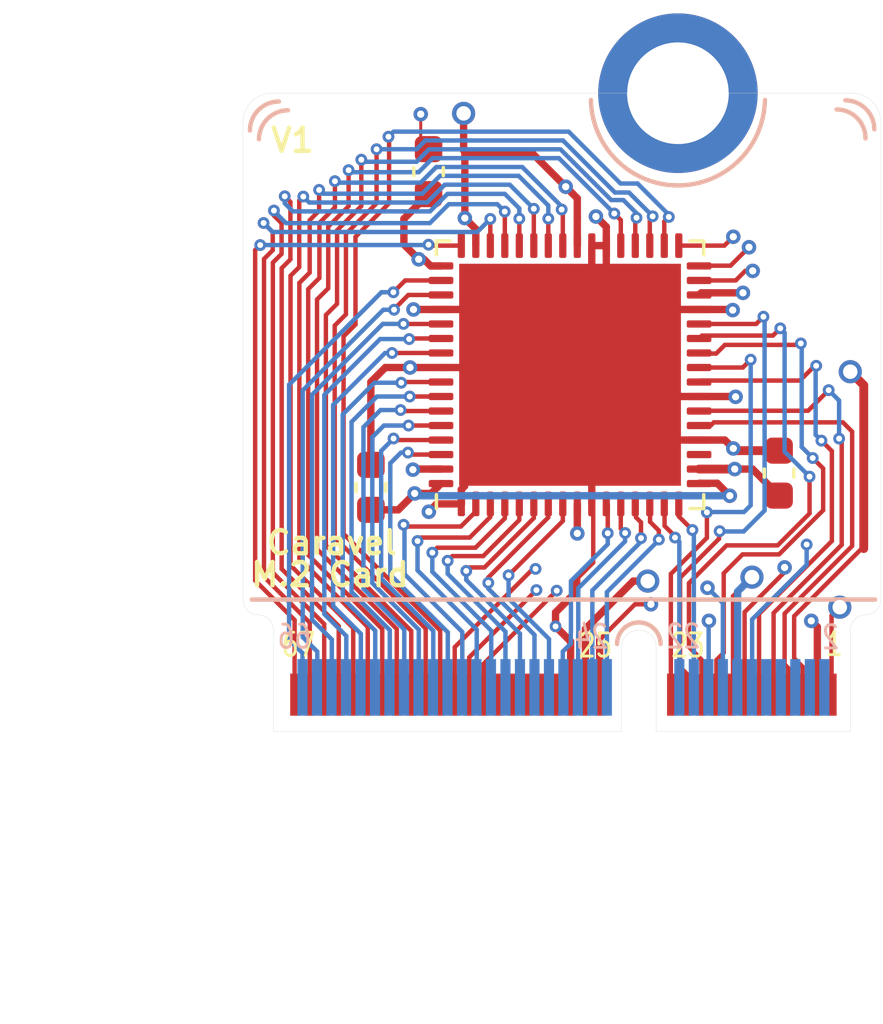
<source format=kicad_pcb>
(kicad_pcb (version 20221018) (generator pcbnew)
  (title_block (title "Carvel Breakout board as M.2 Card ") (rev "1") (company "Efabless") (comment 1 "4-layer Design") (comment 2 "0.8mm PCB") (comment 3 "45 degree chamfered edge"))
  (layers (0 "F.Cu" signal) (1 "In1.Cu" signal "GND") (2 "In2.Cu" signal "PWR") (31 "B.Cu" signal) (34 "B.Paste" user) (35 "F.Paste" user) (36 "B.SilkS" user "B.Silkscreen") (37 "F.SilkS" user "F.Silkscreen") (38 "B.Mask" user) (39 "F.Mask" user) (44 "Edge.Cuts" user))
  (net 0 "")
  (net 1 "GND")
  (net 2 "vccd2")
  (net 3 "vccd1")
  (net 4 "vdda2")
  (net 5 "vdda1")
  (net 6 "vddio")
  (net 7 "vdda")
  (net 8 "vccd")
  (net 14 "~{RST}")
  (net 15 "mprj_io[37]")
  (net 16 "xclk")
  (net 17 "mprj_io[36]")
  (net 18 "Caravel_CSB")
  (net 19 "mprj_io[35]")
  (net 20 "Caravel_D0")
  (net 21 "mprj_io[34]")
  (net 22 "Caravel_D1")
  (net 23 "gpio")
  (net 24 "Caravel_SCK")
  (net 25 "mprj_io[33]")
  (net 26 "mprj_io[32]")
  (net 28 "mprj_io[31]")
  (net 30 "mprj_io[30]")
  (net 32 "mprj_io[29]")
  (net 34 "mprj_io[28]")
  (net 36 "mprj_io[27]")
  (net 37 "mprj_io[0]")
  (net 38 "mprj_io[26]")
  (net 39 "mprj_io[1]_SDO")
  (net 40 "mprj_io[25]")
  (net 41 "mprj_io[2]_SDI")
  (net 42 "mprj_io[24]")
  (net 43 "mprj_io[3]_CSB")
  (net 44 "mprj_io[23]")
  (net 45 "mprj_io[4]_SCK")
  (net 46 "mprj_io[22]")
  (net 47 "mprj_io[5]_ser_rx")
  (net 48 "mprj_io[21]")
  (net 49 "mprj_io[6]_ser_tx")
  (net 50 "mprj_io[20]")
  (net 51 "mprj_io[7]")
  (net 52 "mprj_io[19]")
  (net 53 "mprj_io[8]")
  (net 54 "mprj_io[18]")
  (net 55 "mprj_io[9]")
  (net 56 "mprj_io[17]")
  (net 57 "mprj_io[10]")
  (net 58 "mprj_io[16]")
  (net 59 "mprj_io[11]")
  (net 60 "mprj_io[15]")
  (net 61 "mprj_io[12]")
  (net 62 "mprj_io[14]")
  (net 63 "mprj_io[13]")
  (footprint "Capacitor_SMD:C_0603_1608Metric" (layer "F.Cu") (at 157.12 177.43 -90)
    (fp_text reference "C6" hide)
    (fp_text value "0.1uf")
  )
  (footprint "Capacitor_SMD:C_0603_1608Metric" (layer "F.Cu") (at 159.11 166.55 -90)
    (fp_text reference "C1" hide)
    (fp_text value "0.1uf")
  )
  (footprint "Package_DFN_QFN:QFN-64-1EP_9x9mm_P0.5mm_EP7.65x7.65mm" (layer "F.Cu") (at 163.99 173.55 90)
    (fp_text reference "U1" hide)
    (fp_text value "Caravel")
  )
  (footprint "MicroMod-Sparkfun:MicroMod-M.2-CARD-E-22" (layer "F.Cu") (at 163.761271 185.846951)
    (fp_text reference "J1" hide)
    (fp_text value "MICROMOD-2222-Generic")
    (fp_line (start -11.05 -21) (end -11.05 -4.55) (stroke (width 0.01)) (layer "Edge.Cuts"))
    (fp_line (start -10 0) (end -10 -3.5) (stroke (width 0.01)) (layer "Edge.Cuts"))
    (fp_line (start 2 -2.9) (end 2 0) (stroke (width 0.01)) (layer "Edge.Cuts"))
    (fp_line (start 2 0) (end -10 0) (stroke (width 0.01)) (layer "Edge.Cuts"))
    (fp_line (start 2.2 -22) (end -10.05 -22) (stroke (width 0.01)) (layer "Edge.Cuts"))
    (fp_line (start 3.2 -2.9) (end 3.2 0) (stroke (width 0.01)) (layer "Edge.Cuts"))
    (fp_line (start 9.9 -3.5) (end 9.9 0) (stroke (width 0.01)) (layer "Edge.Cuts"))
    (fp_line (start 9.9 0) (end 3.2 0) (stroke (width 0.01)) (layer "Edge.Cuts"))
    (fp_line (start 9.95 -22) (end 5.7 -22) (stroke (width 0.01)) (layer "Edge.Cuts"))
    (fp_line (start 10.95 -21) (end 10.95 -4.55) (stroke (width 0.01)) (layer "Edge.Cuts"))
    (fp_arc (start -11.05 -21) (mid -10.757106 -21.707106) (end -10.05 -22) (stroke (width 0.01)) (layer "Edge.Cuts"))
    (fp_arc (start -10.525 -4.025) (mid -10.896231 -4.178769) (end -11.05 -4.55) (stroke (width 0.01)) (layer "Edge.Cuts"))
    (fp_arc (start -10.525 -4.025) (mid -10.153769 -3.871231) (end -10 -3.5) (stroke (width 0.01)) (layer "Edge.Cuts"))
    (fp_arc (start 2 -2.9) (mid 2.6 -3.5) (end 3.2 -2.9) (stroke (width 0.01)) (layer "Edge.Cuts"))
    (fp_arc (start 5.7 -22) (mid 3.95 -20.25) (end 2.2 -22) (stroke (width 0.01)) (layer "Edge.Cuts"))
    (fp_arc (start 9.9 -3.5) (mid 10.053769 -3.871231) (end 10.425 -4.025) (stroke (width 0.01)) (layer "Edge.Cuts"))
    (fp_arc (start 9.95 -22) (mid 10.657107 -21.707107) (end 10.95 -21) (stroke (width 0.01)) (layer "Edge.Cuts"))
    (fp_arc (start 10.95 -4.55) (mid 10.796231 -4.178769) (end 10.425 -4.025) (stroke (width 0.01)) (layer "Edge.Cuts"))
  )
  (footprint "Capacitor_SMD:C_0603_1608Metric" (layer "F.Cu") (at 171.2 176.94 -90)
    (fp_text reference "C4" hide)
    (fp_text value "0.1uf")
  )
  (gr_text "V1" (at 154.42 165.47) (layer "F.SilkS") (effects (font (size 0.8 0.8) (thickness 0.15) bold)))
  (gr_text "M.2 Card" (at 155.71 180.44) (layer "F.SilkS") (effects (font (size 0.8 0.8) (thickness 0.15) bold)))
  (gr_text "Caravel" (at 155.77 179.34) (layer "F.SilkS") (effects (font (size 0.8 0.8) (thickness 0.15) bold)))
  (segment (start 157.375 173.545) (end 157.62 173.3) (width 0.254) (layer "F.Cu") (net 1))
  (segment (start 168.44 171.3) (end 166.24 171.3) (width 0.254) (layer "F.Cu") (net 1))
  (segment (start 164.74 178) (end 164.74 174.3) (width 0.254) (layer "F.Cu") (net 1))
  (segment (start 163.49 182.2213) (end 164.010191 182.741491) (width 0.254) (layer "F.Cu") (net 1))
  (segment (start 159.39 178) (end 159.12 178.27) (width 0.254) (layer "F.Cu") (net 1))
  (segment (start 164.22 181.01) (end 164.22 180.59) (width 0.254) (layer "F.Cu") (net 1))
  (segment (start 158.84 165.505) (end 158.84 164.57) (width 0.1016) (layer "F.Cu") (net 1))
  (segment (start 165.24 168.453158) (end 165.24 169.1) (width 0.254) (layer "F.Cu") (net 1))
  (segment (start 168.44 175.8) (end 166.24 175.8) (width 0.254) (layer "F.Cu") (net 1))
  (segment (start 157.62 173.3) (end 158.47 173.3) (width 0.254) (layer "F.Cu") (net 1))
  (segment (start 165.24 169.1) (end 165.24 172.3) (width 0.254) (layer "F.Cu") (net 1))
  (segment (start 164.79 180.02) (end 164.22 180.59) (width 0.1524) (layer "F.Cu") (net 1))
  (segment (start 164.74 172.8) (end 163.99 173.55) (width 0.254) (layer "F.Cu") (net 1))
  (segment (start 164.74 174.3) (end 163.99 173.55) (width 0.254) (layer "F.Cu") (net 1))
  (segment (start 164.74 178) (end 164.79 178.05) (width 0.1524) (layer "F.Cu") (net 1))
  (segment (start 169.33 175.8) (end 168.44 175.8) (width 0.254) (layer "F.Cu") (net 1))
  (segment (start 165.24 172.3) (end 163.99 173.55) (width 0.254) (layer "F.Cu") (net 1))
  (segment (start 168.44 174.3) (end 164.74 174.3) (width 0.254) (layer "F.Cu") (net 1))
  (segment (start 169.7 174.31) (end 169.69 174.3) (width 0.254) (layer "F.Cu") (net 1))
  (segment (start 159.54 171.3) (end 158.59 171.3) (width 0.254) (layer "F.Cu") (net 1))
  (segment (start 157.375 173.545) (end 157.12 173.8) (width 0.254) (layer "F.Cu") (net 1))
  (segment (start 159.54 173.3) (end 158.47 173.3) (width 0.254) (layer "F.Cu") (net 1))
  (segment (start 160.24 178) (end 160.24 177.5032) (width 0.254) (layer "F.Cu") (net 1))
  (segment (start 169.5781 171.3) (end 169.6 171.3219) (width 0.254) (layer "F.Cu") (net 1))
  (segment (start 161.74 171.3) (end 163.99 173.55) (width 0.254) (layer "F.Cu") (net 1))
  (segment (start 164.883421 168.096579) (end 165.24 168.453158) (width 0.254) (layer "F.Cu") (net 1))
  (segment (start 164.010191 182.741491) (end 164.010191 184.574411) (width 0.254) (layer "F.Cu") (net 1))
  (segment (start 169.62 176.09) (end 169.33 175.8) (width 0.254) (layer "F.Cu") (net 1))
  (segment (start 163.49 182.2213) (end 163.49 181.74) (width 0.254) (layer "F.Cu") (net 1))
  (segment (start 159.54 171.3) (end 161.74 171.3) (width 0.254) (layer "F.Cu") (net 1))
  (segment (start 171.2 176.165) (end 169.695 176.165) (width 0.3048) (layer "F.Cu") (net 1))
  (segment (start 166.24 175.8) (end 163.99 173.55) (width 0.254) (layer "F.Cu") (net 1))
  (segment (start 159.54 173.3) (end 163.74 173.3) (width 0.254) (layer "F.Cu") (net 1))
  (segment (start 160.24 177.5032) (end 160.3578 177.3854) (width 0.254) (layer "F.Cu") (net 1))
  (segment (start 163.74 173.3) (end 163.99 173.55) (width 0.254) (layer "F.Cu") (net 1))
  (segment (start 168.44 171.3) (end 169.5781 171.3) (width 0.254) (layer "F.Cu") (net 1))
  (segment (start 157.12 173.8) (end 157.12 176.655) (width 0.254) (layer "F.Cu") (net 1))
  (segment (start 164.79 178.05) (end 164.79 180.02) (width 0.1524) (layer "F.Cu") (net 1))
  (segment (start 166.24 171.3) (end 163.99 173.55) (width 0.254) (layer "F.Cu") (net 1))
  (segment (start 163.49 181.74) (end 164.22 181.01) (width 0.254) (layer "F.Cu") (net 1))
  (segment (start 169.695 176.165) (end 169.62 176.09) (width 0.3048) (layer "F.Cu") (net 1))
  (segment (start 164.74 169.1) (end 165.24 169.1) (width 0.254) (layer "F.Cu") (net 1))
  (segment (start 160.24 178) (end 159.39 178) (width 0.254) (layer "F.Cu") (net 1))
  (segment (start 164.74 169.1) (end 164.74 172.8) (width 0.254) (layer "F.Cu") (net 1))
  (segment (start 159.11 165.775) (end 158.84 165.505) (width 0.1016) (layer "F.Cu") (net 1))
  (segment (start 169.69 174.3) (end 168.44 174.3) (width 0.254) (layer "F.Cu") (net 1))
  (via (at 163.49 182.2213) (size 0.4064) (drill 0.2032) (layers "F.Cu" "B.Cu") (net 1))
  (via (at 168.78 182.03) (size 0.5) (drill 0.25) (layers "F.Cu" "B.Cu") (net 1))
  (via (at 164.883421 168.096579) (size 0.5) (drill 0.25) (layers "F.Cu" "B.Cu") (net 1))
  (via (at 169.6 171.3219) (size 0.5) (drill 0.25) (layers "F.Cu" "B.Cu") (net 1))
  (via (at 169.62 176.09) (size 0.5) (drill 0.25) (layers "F.Cu" "B.Cu") (net 1))
  (via (at 172.15 179.4) (size 0.4064) (drill 0.2032) (layers "F.Cu" "B.Cu") (net 1))
  (via (at 158.59 171.3) (size 0.5) (drill 0.25) (layers "F.Cu" "B.Cu") (net 1))
  (via (at 158.47 173.3) (size 0.5) (drill 0.25) (layers "F.Cu" "B.Cu") (net 1))
  (via (at 169.7 174.31) (size 0.5) (drill 0.25) (layers "F.Cu" "B.Cu") (net 1))
  (via (at 158.84 164.57) (size 0.5) (drill 0.25) (layers "F.Cu" "B.Cu") (net 1))
  (via (at 159.12 178.27) (size 0.5) (drill 0.25) (layers "F.Cu" "B.Cu") (net 1))
  (segment (start 168.769991 182.040009) (end 168.769991 183.552951) (width 0.1524) (layer "B.Cu") (net 1))
  (segment (start 172.15 179.4) (end 172.15 180.1) (width 0.1524) (layer "B.Cu") (net 1))
  (segment (start 172.15 180.1) (end 170.271131 181.978869) (width 0.1524) (layer "B.Cu") (net 1))
  (segment (start 170.271131 181.978869) (end 170.271131 183.552951) (width 0.1524) (layer "B.Cu") (net 1))
  (segment (start 168.78 182.03) (end 168.769991 182.040009) (width 0.1524) (layer "B.Cu") (net 1))
  (segment (start 159.54 176.8) (end 158.59 176.8) (width 0.254) (layer "F.Cu") (net 2))
  (segment (start 173.009411 184.574411) (end 173.009411 181.843848) (width 0.1524) (layer "F.Cu") (net 2))
  (segment (start 173.009411 181.843848) (end 173.293259 181.56) (width 0.1524) (layer "F.Cu") (net 2))
  (segment (start 158.59 176.8) (end 158.57 176.82) (width 0.254) (layer "F.Cu") (net 2))
  (via (at 173.293259 181.56) (size 0.8) (drill 0.5) (layers "F.Cu" "B.Cu") (net 2))
  (via (at 158.57 176.82) (size 0.5) (drill 0.25) (layers "F.Cu" "B.Cu") (net 2))
  (segment (start 159.18 169.8) (end 158.95 169.57) (width 0.254) (layer "F.Cu") (net 3))
  (segment (start 158.77 169.57) (end 158.26 169.06) (width 0.254) (layer "F.Cu") (net 3))
  (segment (start 158.26 169.06) (end 158.26 168.175) (width 0.254) (layer "F.Cu") (net 3))
  (segment (start 164.520571 182.309429) (end 164.520571 183.804411) (width 0.254) (layer "F.Cu") (net 3))
  (segment (start 158.95 169.57) (end 158.77 169.57) (width 0.254) (layer "F.Cu") (net 3))
  (segment (start 158.26 168.175) (end 159.11 167.325) (width 0.254) (layer "F.Cu") (net 3))
  (segment (start 166.67 180.66) (end 166.17 180.66) (width 0.254) (layer "F.Cu") (net 3))
  (segment (start 166.17 180.66) (end 164.520571 182.309429) (width 0.254) (layer "F.Cu") (net 3))
  (segment (start 159.54 169.8) (end 159.18 169.8) (width 0.254) (layer "F.Cu") (net 3))
  (via (at 158.77 169.57) (size 0.5) (drill 0.25) (layers "F.Cu" "B.Cu") (net 3))
  (via (at 166.67 180.66) (size 0.8) (drill 0.5) (layers "F.Cu" "B.Cu") (net 3))
  (segment (start 171.39 180.19) (end 171.39 180.35) (width 0.1524) (layer "F.Cu") (net 4))
  (segment (start 164.24 179.0176) (end 164.24 178) (width 0.254) (layer "F.Cu") (net 4))
  (segment (start 170.009671 181.730329) (end 170.009671 184.574411) (width 0.1524) (layer "F.Cu") (net 4))
  (segment (start 171.39 180.35) (end 170.009671 181.730329) (width 0.1524) (layer "F.Cu") (net 4))
  (via (at 164.24 179.0176) (size 0.5) (drill 0.25) (layers "F.Cu" "B.Cu") (net 4))
  (via (at 171.39 180.19) (size 0.5) (drill 0.25) (layers "F.Cu" "B.Cu") (net 4))
  (segment (start 165.010951 182.680951) (end 165.01 182.68) (width 0.254) (layer "F.Cu") (net 5))
  (segment (start 160.32 165.82) (end 160.32 164.5435) (width 0.254) (layer "F.Cu") (net 5))
  (segment (start 160.3619 165.8619) (end 160.36 165.86) (width 0.254) (layer "F.Cu") (net 5))
  (segment (start 160.74 168.53) (end 160.74 169.1) (width 0.254) (layer "F.Cu") (net 5))
  (segment (start 164.085 167.315) (end 163.84 167.07) (width 0.254) (layer "F.Cu") (net 5))
  (segment (start 160.3619 168.1519) (end 160.74 168.53) (width 0.254) (layer "F.Cu") (net 5))
  (segment (start 160.41 165.91) (end 160.36 165.86) (width 0.254) (layer "F.Cu") (net 5))
  (segment (start 160.3619 165.8619) (end 160.32 165.82) (width 0.254) (layer "F.Cu") (net 5))
  (segment (start 165.010951 184.574411) (end 165.010951 182.680951) (width 0.254) (layer "F.Cu") (net 5))
  (segment (start 164.24 168.13) (end 164.24 167.47) (width 0.254) (layer "F.Cu") (net 5))
  (segment (start 166.78 181.46) (end 166.23 181.46) (width 0.1524) (layer "F.Cu") (net 5))
  (segment (start 164.24 167.47) (end 164.085 167.315) (width 0.254) (layer "F.Cu") (net 5))
  (segment (start 160.3619 168.1519) (end 160.3619 165.8619) (width 0.254) (layer "F.Cu") (net 5))
  (segment (start 162.68 165.91) (end 160.41 165.91) (width 0.254) (layer "F.Cu") (net 5))
  (segment (start 166.23 181.46) (end 165.01 182.68) (width 0.1524) (layer "F.Cu") (net 5))
  (segment (start 164.085 167.315) (end 162.68 165.91) (width 0.254) (layer "F.Cu") (net 5))
  (segment (start 164.24 168.13) (end 164.24 169.1) (width 0.254) (layer "F.Cu") (net 5))
  (via (at 166.78 181.46) (size 0.5) (drill 0.25) (layers "F.Cu" "B.Cu") (net 5))
  (via (at 160.32 164.5435) (size 0.8) (drill 0.5) (layers "F.Cu" "B.Cu") (net 5))
  (via (at 163.84 167.07) (size 0.5) (drill 0.25) (layers "F.Cu" "B.Cu") (net 5))
  (via (at 160.3619 168.1519) (size 0.5) (drill 0.25) (layers "F.Cu" "B.Cu") (net 5))
  (segment (start 169.07 177.29) (end 168.45 177.29) (width 0.254) (layer "F.Cu") (net 6))
  (segment (start 168.45 177.29) (end 168.44 177.3) (width 0.254) (layer "F.Cu") (net 6))
  (segment (start 158.63 177.64) (end 158.065 178.205) (width 0.254) (layer "F.Cu") (net 6))
  (segment (start 172.31 182.03) (end 172.519031 182.239031) (width 0.254) (layer "F.Cu") (net 6))
  (segment (start 158.63 177.64) (end 159.2 177.64) (width 0.254) (layer "F.Cu") (net 6))
  (segment (start 158.065 178.205) (end 157.12 178.205) (width 0.254) (layer "F.Cu") (net 6))
  (segment (start 159.2 177.64) (end 159.54 177.3) (width 0.254) (layer "F.Cu") (net 6))
  (segment (start 169.5 177.72) (end 169.07 177.29) (width 0.254) (layer "F.Cu") (net 6))
  (segment (start 172.519031 182.239031) (end 172.519031 183.804411) (width 0.254) (layer "F.Cu") (net 6))
  (via (at 172.31 182.03) (size 0.5) (drill 0.25) (layers "F.Cu" "B.Cu") (net 6))
  (via (at 169.5 177.72) (size 0.5) (drill 0.25) (layers "F.Cu" "B.Cu") (net 6))
  (via (at 158.63 177.64) (size 0.5) (drill 0.25) (layers "F.Cu" "B.Cu") (net 6))
  (via (at 168.73 180.89) (size 0.5) (drill 0.25) (layers "F.Cu" "B.Cu") (net 6))
  (segment (start 158.71 177.72) (end 158.63 177.64) (width 0.254) (layer "B.Cu") (net 6))
  (segment (start 169.5 177.72) (end 158.71 177.72) (width 0.254) (layer "B.Cu") (net 6))
  (segment (start 169.260371 184.322951) (end 169.260371 181.420371) (width 0.1524) (layer "B.Cu") (net 6))
  (segment (start 169.260371 181.420371) (end 168.73 180.89) (width 0.1524) (layer "B.Cu") (net 6))
  (segment (start 171.72 183.32) (end 172.011191 183.611191) (width 0.1524) (layer "F.Cu") (net 7))
  (segment (start 174.12 179.54) (end 174.05 179.54) (width 0.1524) (layer "F.Cu") (net 7))
  (segment (start 171.72 181.87) (end 171.72 183.32) (width 0.1524) (layer "F.Cu") (net 7))
  (segment (start 168.513209 170.726791) (end 169.953265 170.726791) (width 0.254) (layer "F.Cu") (net 7))
  (segment (start 174.05 179.54) (end 171.72 181.87) (width 0.1524) (layer "F.Cu") (net 7))
  (segment (start 172.011191 183.611191) (end 172.011191 184.574411) (width 0.1524) (layer "F.Cu") (net 7))
  (segment (start 174.12 173.91) (end 173.655 173.445) (width 0.3048) (layer "F.Cu") (net 7))
  (segment (start 168.44 170.8) (end 168.513209 170.726791) (width 0.254) (layer "F.Cu") (net 7))
  (segment (start 174.12 179.54) (end 174.12 173.91) (width 0.3048) (layer "F.Cu") (net 7))
  (via (at 173.655 173.445) (size 0.8) (drill 0.5) (layers "F.Cu" "B.Cu") (net 7))
  (via (at 169.953265 170.726791) (size 0.5) (drill 0.25) (layers "F.Cu" "B.Cu") (net 7))
  (segment (start 169.61 184.473702) (end 169.509291 184.574411) (width 0.1524) (layer "F.Cu") (net 8))
  (segment (start 170.265 180.525) (end 169.61 181.18) (width 0.1524) (layer "F.Cu") (net 8))
  (segment (start 168.44 176.8) (end 169.67 176.8) (width 0.3048) (layer "F.Cu") (net 8))
  (segment (start 170.285 176.8) (end 171.2 177.715) (width 0.254) (layer "F.Cu") (net 8))
  (segment (start 169.67 176.8) (end 170.285 176.8) (width 0.254) (layer "F.Cu") (net 8))
  (segment (start 169.61 181.18) (end 169.61 184.473702) (width 0.1524) (layer "F.Cu") (net 8))
  (via (at 170.265 180.525) (size 0.8) (drill 0.5) (layers "F.Cu" "B.Cu") (net 8))
  (via (at 169.67 176.8) (size 0.5) (drill 0.25) (layers "F.Cu" "B.Cu") (net 8))
  (segment (start 169.770751 181.019249) (end 169.770751 183.552951) (width 0.254) (layer "B.Cu") (net 8))
  (segment (start 170.265 180.525) (end 169.770751 181.019249) (width 0.254) (layer "B.Cu") (net 8))
  (segment (start 171.39 183.53) (end 171.510811 183.650811) (width 0.1524) (layer "F.Cu") (net 14))
  (segment (start 171.39 181.78) (end 171.39 183.53) (width 0.1524) (layer "F.Cu") (net 14))
  (segment (start 168.44 175.3) (end 168.84 175.3) (width 0.1524) (layer "F.Cu") (net 14))
  (segment (start 173.4 175.19) (end 173.72 175.51) (width 0.1524) (layer "F.Cu") (net 14))
  (segment (start 173.72 175.51) (end 173.72 179.45) (width 0.1524) (layer "F.Cu") (net 14))
  (segment (start 168.95 175.19) (end 173.4 175.19) (width 0.1524) (layer "F.Cu") (net 14))
  (segment (start 173.72 179.45) (end 171.39 181.78) (width 0.1524) (layer "F.Cu") (net 14))
  (segment (start 171.510811 183.650811) (end 171.510811 184.574411) (width 0.1524) (layer "F.Cu") (net 14))
  (segment (start 168.84 175.3) (end 168.95 175.19) (width 0.1524) (layer "F.Cu") (net 14))
  (segment (start 168.21 178.9) (end 167.74 178.43) (width 0.1524) (layer "F.Cu") (net 15))
  (segment (start 167.74 178.43) (end 167.74 178.14) (width 0.1524) (layer "F.Cu") (net 15))
  (via (at 168.21 178.9) (size 0.4064) (drill 0.2032) (layers "F.Cu" "B.Cu") (net 15))
  (segment (start 168.259611 178.949611) (end 168.259611 184.322951) (width 0.1524) (layer "B.Cu") (net 15))
  (segment (start 168.21 178.9) (end 168.259611 178.949611) (width 0.1524) (layer "B.Cu") (net 15))
  (segment (start 172.91 174.08) (end 172.2 174.79) (width 0.1524) (layer "F.Cu") (net 16))
  (segment (start 173.36 179.41) (end 171.010431 181.759569) (width 0.1524) (layer "F.Cu") (net 16))
  (segment (start 173.36 175.84) (end 173.36 179.41) (width 0.1524) (layer "F.Cu") (net 16))
  (segment (start 171.010431 181.759569) (end 171.010431 184.574411) (width 0.1524) (layer "F.Cu") (net 16))
  (segment (start 172.2 174.79) (end 168.45 174.79) (width 0.1524) (layer "F.Cu") (net 16))
  (segment (start 173.27 175.75) (end 173.36 175.84) (width 0.1524) (layer "F.Cu") (net 16))
  (segment (start 168.45 174.79) (end 168.44 174.8) (width 0.1524) (layer "F.Cu") (net 16))
  (via (at 173.27 175.75) (size 0.4064) (drill 0.2032) (layers "F.Cu" "B.Cu") (net 16))
  (via (at 172.91 174.08) (size 0.4064) (drill 0.2032) (layers "F.Cu" "B.Cu") (net 16))
  (segment (start 173.27 175.75) (end 173.27 174.44) (width 0.1524) (layer "B.Cu") (net 16))
  (segment (start 173.27 174.44) (end 172.91 174.08) (width 0.1524) (layer "B.Cu") (net 16))
  (segment (start 167.61 179.16) (end 167.61 179.118054) (width 0.1524) (layer "F.Cu") (net 17))
  (segment (start 167.61 179.118054) (end 167.25 178.758054) (width 0.1524) (layer "F.Cu") (net 17))
  (segment (start 167.25 178.758054) (end 167.25 178.01) (width 0.1524) (layer "F.Cu") (net 17))
  (segment (start 167.25 178.01) (end 167.24 178) (width 0.1524) (layer "F.Cu") (net 17))
  (via (at 167.61 179.16) (size 0.4064) (drill 0.2032) (layers "F.Cu" "B.Cu") (net 17))
  (segment (start 167.61 179.16) (end 167.759231 179.309231) (width 0.1524) (layer "B.Cu") (net 17))
  (segment (start 167.759231 179.309231) (end 167.759231 184.322951) (width 0.1524) (layer "B.Cu") (net 17))
  (segment (start 172.43 173.24) (end 171.9205 173.7495) (width 0.1524) (layer "F.Cu") (net 18))
  (segment (start 168.4905 173.7495) (end 168.44 173.8) (width 0.1524) (layer "F.Cu") (net 18))
  (segment (start 172.66 175.82) (end 173.02 176.18) (width 0.1524) (layer "F.Cu") (net 18))
  (segment (start 170.510051 181.789949) (end 170.510051 184.574411) (width 0.1524) (layer "F.Cu") (net 18))
  (segment (start 171.9205 173.7495) (end 168.4905 173.7495) (width 0.1524) (layer "F.Cu") (net 18))
  (segment (start 172.48 173.24) (end 172.43 173.24) (width 0.1524) (layer "F.Cu") (net 18))
  (segment (start 173.02 179.28) (end 170.510051 181.789949) (width 0.1524) (layer "F.Cu") (net 18))
  (segment (start 173.02 176.18) (end 173.02 179.28) (width 0.1524) (layer "F.Cu") (net 18))
  (via (at 172.66 175.82) (size 0.4064) (drill 0.2032) (layers "F.Cu" "B.Cu") (net 18))
  (via (at 172.48 173.24) (size 0.4064) (drill 0.2032) (layers "F.Cu" "B.Cu") (net 18))
  (segment (start 172.46 175.62) (end 172.46 173.26) (width 0.1524) (layer "B.Cu") (net 18))
  (segment (start 172.46 173.26) (end 172.48 173.24) (width 0.1524) (layer "B.Cu") (net 18))
  (segment (start 172.66 175.82) (end 172.46 175.62) (width 0.1524) (layer "B.Cu") (net 18))
  (segment (start 167.052205 178.919469) (end 166.75 178.617264) (width 0.1524) (layer "F.Cu") (net 19))
  (segment (start 166.75 178.617264) (end 166.75 178.01) (width 0.1524) (layer "F.Cu") (net 19))
  (segment (start 166.75 178.01) (end 166.74 178) (width 0.1524) (layer "F.Cu") (net 19))
  (segment (start 167.052205 179.230128) (end 167.052205 178.919469) (width 0.1524) (layer "F.Cu") (net 19))
  (via (at 167.052205 179.230128) (size 0.4064) (drill 0.2032) (layers "F.Cu" "B.Cu") (net 19))
  (segment (start 166.98 179.265) (end 166.98 179.32) (width 0.1524) (layer "B.Cu") (net 19))
  (segment (start 165.259871 181.040129) (end 165.259871 184.322951) (width 0.1524) (layer "B.Cu") (net 19))
  (segment (start 166.98 179.32) (end 165.259871 181.040129) (width 0.1524) (layer "B.Cu") (net 19))
  (segment (start 171.9 172.52) (end 169.33 172.52) (width 0.1524) (layer "F.Cu") (net 20))
  (segment (start 169.29 183.13) (end 169.0364 183.3836) (width 0.1524) (layer "F.Cu") (net 20))
  (segment (start 171.199342 179.74) (end 169.94 179.74) (width 0.1524) (layer "F.Cu") (net 20))
  (segment (start 172.72 178.219342) (end 171.199342 179.74) (width 0.1524) (layer "F.Cu") (net 20))
  (segment (start 169.0364 184.546922) (end 169.008911 184.574411) (width 0.1524) (layer "F.Cu") (net 20))
  (segment (start 169.0364 183.3836) (end 169.0364 184.546922) (width 0.1524) (layer "F.Cu") (net 20))
  (segment (start 172.36 176.42) (end 172.72 176.78) (width 0.1524) (layer "F.Cu") (net 20))
  (segment (start 169.03 172.82) (end 168.46 172.82) (width 0.1524) (layer "F.Cu") (net 20))
  (segment (start 169.94 179.74) (end 169.29 180.39) (width 0.1524) (layer "F.Cu") (net 20))
  (segment (start 169.29 180.39) (end 169.29 183.13) (width 0.1524) (layer "F.Cu") (net 20))
  (segment (start 172.72 176.78) (end 172.72 178.219342) (width 0.1524) (layer "F.Cu") (net 20))
  (segment (start 171.95 172.47) (end 171.9 172.52) (width 0.1524) (layer "F.Cu") (net 20))
  (segment (start 169.33 172.52) (end 169.03 172.82) (width 0.1524) (layer "F.Cu") (net 20))
  (segment (start 168.46 172.82) (end 168.44 172.8) (width 0.1524) (layer "F.Cu") (net 20))
  (via (at 171.95 172.47) (size 0.4064) (drill 0.2032) (layers "F.Cu" "B.Cu") (net 20))
  (via (at 172.36 176.42) (size 0.4064) (drill 0.2032) (layers "F.Cu" "B.Cu") (net 20))
  (segment (start 171.95 172.47) (end 171.98 172.5) (width 0.1524) (layer "B.Cu") (net 20))
  (segment (start 171.98 172.5) (end 171.98 176.04) (width 0.1524) (layer "B.Cu") (net 20))
  (segment (start 171.98 176.04) (end 172.36 176.42) (width 0.1524) (layer "B.Cu") (net 20))
  (segment (start 166.436858 179.17997) (end 166.436858 178.636858) (width 0.1524) (layer "F.Cu") (net 21))
  (segment (start 166.436858 178.636858) (end 166.26303 178.46303) (width 0.1524) (layer "F.Cu") (net 21))
  (segment (start 166.26303 178.46303) (end 166.26303 178.02303) (width 0.1524) (layer "F.Cu") (net 21))
  (via (at 166.436858 179.17997) (size 0.4064) (drill 0.2032) (layers "F.Cu" "B.Cu") (net 21))
  (segment (start 164.759491 180.980509) (end 164.759491 184.322951) (width 0.1524) (layer "B.Cu") (net 21))
  (segment (start 166.436858 179.17997) (end 166.436858 179.303142) (width 0.1524) (layer "B.Cu") (net 21))
  (segment (start 166.436858 179.303142) (end 164.759491 180.980509) (width 0.1524) (layer "B.Cu") (net 21))
  (segment (start 171.24 171.95) (end 170.99 172.2) (width 0.1524) (layer "F.Cu") (net 22))
  (segment (start 171.150132 179.43) (end 172.25 178.330132) (width 0.1524) (layer "F.Cu") (net 22))
  (segment (start 169.39 179.43) (end 171.150132 179.43) (width 0.1524) (layer "F.Cu") (net 22))
  (segment (start 168.09 182.93) (end 168.09 180.73) (width 0.1524) (layer "F.Cu") (net 22))
  (segment (start 170.99 172.2) (end 168.54 172.2) (width 0.1524) (layer "F.Cu") (net 22))
  (segment (start 168.521071 183.804411) (end 168.521071 183.361071) (width 0.1524) (layer "F.Cu") (net 22))
  (segment (start 172.25 178.330132) (end 172.25 177.06) (width 0.1524) (layer "F.Cu") (net 22))
  (segment (start 168.54 172.2) (end 168.44 172.3) (width 0.1524) (layer "F.Cu") (net 22))
  (segment (start 168.09 180.73) (end 169.39 179.43) (width 0.1524) (layer "F.Cu") (net 22))
  (segment (start 168.521071 183.361071) (end 168.09 182.93) (width 0.1524) (layer "F.Cu") (net 22))
  (via (at 171.24 171.95) (size 0.4064) (drill 0.2032) (layers "F.Cu" "B.Cu") (net 22))
  (via (at 172.25 177.06) (size 0.4064) (drill 0.2032) (layers "F.Cu" "B.Cu") (net 22))
  (segment (start 171.39 176.2) (end 172.25 177.06) (width 0.1524) (layer "B.Cu") (net 22))
  (segment (start 171.39 172.1) (end 171.39 176.2) (width 0.1524) (layer "B.Cu") (net 22))
  (segment (start 171.24 171.95) (end 171.39 172.1) (width 0.1524) (layer "B.Cu") (net 22))
  (segment (start 169.13 179.198948) (end 169.13 178.94) (width 0.1524) (layer "F.Cu") (net 23))
  (segment (start 170.41 171.8) (end 168.44 171.8) (width 0.1524) (layer "F.Cu") (net 23))
  (segment (start 167.7852 183.620811) (end 168.010691 183.846302) (width 0.1524) (layer "F.Cu") (net 23))
  (segment (start 167.7852 180.543748) (end 169.13 179.198948) (width 0.1524) (layer "F.Cu") (net 23))
  (segment (start 168.010691 183.846302) (end 168.010691 184.574411) (width 0.1524) (layer "F.Cu") (net 23))
  (segment (start 170.66 171.55) (end 170.41 171.8) (width 0.1524) (layer "F.Cu") (net 23))
  (segment (start 167.7852 180.543748) (end 167.7852 183.620811) (width 0.1524) (layer "F.Cu") (net 23))
  (via (at 170.66 171.55) (size 0.4064) (drill 0.2032) (layers "F.Cu" "B.Cu") (net 23))
  (via (at 169.15 178.94) (size 0.4064) (drill 0.2032) (layers "F.Cu" "B.Cu") (net 23))
  (segment (start 169.16 178.95) (end 169.15 178.94) (width 0.1524) (layer "B.Cu") (net 23))
  (segment (start 170.7 178.23) (end 169.98 178.95) (width 0.1524) (layer "B.Cu") (net 23))
  (segment (start 169.98 178.95) (end 169.16 178.95) (width 0.1524) (layer "B.Cu") (net 23))
  (segment (start 170.66 171.55) (end 170.7 171.59) (width 0.1524) (layer "B.Cu") (net 23))
  (segment (start 170.7 171.59) (end 170.7 178.23) (width 0.1524) (layer "B.Cu") (net 23))
  (segment (start 170.22 173.03) (end 169.95 173.3) (width 0.1524) (layer "F.Cu") (net 24))
  (segment (start 168.71 179.17) (end 168.71 178.29) (width 0.1524) (layer "F.Cu") (net 24))
  (segment (start 167.466 180.414) (end 168.71 179.17) (width 0.1524) (layer "F.Cu") (net 24))
  (segment (start 167.466 184.5301) (end 167.510311 184.574411) (width 0.1524) (layer "F.Cu") (net 24))
  (segment (start 167.466 180.414) (end 167.466 184.5301) (width 0.1524) (layer "F.Cu") (net 24))
  (segment (start 169.95 173.3) (end 168.44 173.3) (width 0.1524) (layer "F.Cu") (net 24))
  (via (at 170.22 173.03) (size 0.4064) (drill 0.2032) (layers "F.Cu" "B.Cu") (net 24))
  (via (at 168.71 178.29) (size 0.4064) (drill 0.2032) (layers "F.Cu" "B.Cu") (net 24))
  (segment (start 169.99 178.28) (end 168.72 178.28) (width 0.1524) (layer "B.Cu") (net 24))
  (segment (start 170.22 173.03) (end 170.22 178.05) (width 0.1524) (layer "B.Cu") (net 24))
  (segment (start 168.72 178.28) (end 168.71 178.29) (width 0.1524) (layer "B.Cu") (net 24))
  (segment (start 170.22 178.05) (end 169.99 178.28) (width 0.1524) (layer "B.Cu") (net 24))
  (segment (start 165.74 178.854253) (end 165.74 178) (width 0.1524) (layer "F.Cu") (net 25))
  (segment (start 165.88908 179.003333) (end 165.74 178.854253) (width 0.1524) (layer "F.Cu") (net 25))
  (via (at 165.88908 179.003333) (size 0.4064) (drill 0.2032) (layers "F.Cu" "B.Cu") (net 25))
  (segment (start 165.88908 179.003333) (end 165.88908 179.29092) (width 0.1524) (layer "B.Cu") (net 25))
  (segment (start 164.27 182.52921) (end 164.27 184.312062) (width 0.1524) (layer "B.Cu") (net 25))
  (segment (start 164.274 180.906) (end 164.274 182.52521) (width 0.1524) (layer "B.Cu") (net 25))
  (segment (start 164.274 182.52521) (end 164.27 182.52921) (width 0.1524) (layer "B.Cu") (net 25))
  (segment (start 164.27 184.312062) (end 164.259111 184.322951) (width 0.1524) (layer "B.Cu") (net 25))
  (segment (start 165.88908 179.29092) (end 164.274 180.906) (width 0.1524) (layer "B.Cu") (net 25))
  (segment (start 165.29 179.01) (end 165.29 178.05) (width 0.1524) (layer "F.Cu") (net 26))
  (segment (start 165.29 178.05) (end 165.24 178) (width 0.1524) (layer "F.Cu") (net 26))
  (via (at 165.29 179.01) (size 0.4064) (drill 0.2032) (layers "F.Cu" "B.Cu") (net 26))
  (segment (start 163.74 184.30168) (end 163.761271 184.322951) (width 0.1524) (layer "B.Cu") (net 26))
  (segment (start 164.016 182.424) (end 164.016 182.814) (width 0.1524) (layer "B.Cu") (net 26))
  (segment (start 164.02 180.66) (end 164.02 182.42) (width 0.1524) (layer "B.Cu") (net 26))
  (segment (start 163.74 183.09) (end 163.74 184.30168) (width 0.1524) (layer "B.Cu") (net 26))
  (segment (start 165.29 179.01) (end 165.29 179.39) (width 0.1524) (layer "B.Cu") (net 26))
  (segment (start 164.016 182.814) (end 163.74 183.09) (width 0.1524) (layer "B.Cu") (net 26))
  (segment (start 164.02 182.42) (end 164.016 182.424) (width 0.1524) (layer "B.Cu") (net 26))
  (segment (start 165.29 179.39) (end 164.02 180.66) (width 0.1524) (layer "B.Cu") (net 26))
  (segment (start 163.74 178.59) (end 163.74 178) (width 0.1524) (layer "F.Cu") (net 28))
  (segment (start 161.87 180.46) (end 163.74 178.59) (width 0.1524) (layer "F.Cu") (net 28))
  (via (at 161.87 180.46) (size 0.4064) (drill 0.2032) (layers "F.Cu" "B.Cu") (net 28))
  (segment (start 161.87 181.26079) (end 163.263431 182.654221) (width 0.1524) (layer "B.Cu") (net 28))
  (segment (start 161.87 180.46) (end 161.87 181.26079) (width 0.1524) (layer "B.Cu") (net 28))
  (segment (start 163.263431 182.654221) (end 163.263431 184.322951) (width 0.1524) (layer "B.Cu") (net 28))
  (segment (start 163.24 178.465) (end 163.24 178) (width 0.1524) (layer "F.Cu") (net 30))
  (segment (start 161.17 180.72) (end 161.17 180.535) (width 0.1524) (layer "F.Cu") (net 30))
  (segment (start 161.17 180.535) (end 163.24 178.465) (width 0.1524) (layer "F.Cu") (net 30))
  (via (at 161.17 180.72) (size 0.4064) (drill 0.2032) (layers "F.Cu" "B.Cu") (net 30))
  (segment (start 161.17 180.72) (end 161.17 180.92) (width 0.1524) (layer "B.Cu") (net 30))
  (segment (start 162.763051 182.513051) (end 162.763051 184.322951) (width 0.1524) (layer "B.Cu") (net 30))
  (segment (start 161.17 180.92) (end 162.763051 182.513051) (width 0.1524) (layer "B.Cu") (net 30))
  (segment (start 161.04 180.19) (end 162.74 178.49) (width 0.1524) (layer "F.Cu") (net 32))
  (segment (start 162.74 178.49) (end 162.74 178) (width 0.1524) (layer "F.Cu") (net 32))
  (segment (start 160.53 180.19) (end 161.04 180.19) (width 0.1524) (layer "F.Cu") (net 32))
  (segment (start 160.41 180.31) (end 160.53 180.19) (width 0.1524) (layer "F.Cu") (net 32))
  (via (at 160.41 180.31) (size 0.4064) (drill 0.2032) (layers "F.Cu" "B.Cu") (net 32))
  (segment (start 162.262671 182.471619) (end 162.262671 184.322951) (width 0.1524) (layer "B.Cu") (net 32))
  (segment (start 160.41 180.618948) (end 162.262671 182.471619) (width 0.1524) (layer "B.Cu") (net 32))
  (segment (start 160.41 180.31) (end 160.41 180.618948) (width 0.1524) (layer "B.Cu") (net 32))
  (segment (start 159.93 179.8) (end 160.995 179.8) (width 0.1524) (layer "F.Cu") (net 34))
  (segment (start 160.995 179.8) (end 162.24 178.555) (width 0.1524) (layer "F.Cu") (net 34))
  (segment (start 159.77 179.96) (end 159.93 179.8) (width 0.1524) (layer "F.Cu") (net 34))
  (segment (start 162.24 178.555) (end 162.24 178) (width 0.1524) (layer "F.Cu") (net 34))
  (via (at 159.77 179.96) (size 0.4064) (drill 0.2032) (layers "F.Cu" "B.Cu") (net 34))
  (segment (start 161.762291 182.402291) (end 161.762291 184.322951) (width 0.1524) (layer "B.Cu") (net 34))
  (segment (start 159.77 180.41) (end 161.762291 182.402291) (width 0.1524) (layer "B.Cu") (net 34))
  (segment (start 159.77 179.96) (end 159.77 180.41) (width 0.1524) (layer "B.Cu") (net 34))
  (segment (start 159.24 179.68) (end 159.41 179.51) (width 0.1524) (layer "F.Cu") (net 36))
  (segment (start 161.74 178.5) (end 161.74 178) (width 0.1524) (layer "F.Cu") (net 36))
  (segment (start 160.73 179.51) (end 161.74 178.5) (width 0.1524) (layer "F.Cu") (net 36))
  (segment (start 159.41 179.51) (end 160.73 179.51) (width 0.1524) (layer "F.Cu") (net 36))
  (via (at 159.24 179.68) (size 0.4064) (drill 0.2032) (layers "F.Cu" "B.Cu") (net 36))
  (segment (start 161.271911 182.371911) (end 161.271911 183.552951) (width 0.1524) (layer "B.Cu") (net 36))
  (segment (start 159.24 179.68) (end 159.24 180.34) (width 0.1524) (layer "B.Cu") (net 36))
  (segment (start 159.24 180.34) (end 161.271911 182.371911) (width 0.1524) (layer "B.Cu") (net 36))
  (segment (start 161.012991 183.507009) (end 161.012991 184.574411) (width 0.1524) (layer "F.Cu") (net 37))
  (segment (start 170.033213 169.97) (end 169.703213 170.3) (width 0.1524) (layer "F.Cu") (net 37))
  (segment (start 170.29 169.97) (end 170.033213 169.97) (width 0.1524) (layer "F.Cu") (net 37))
  (segment (start 163.53 180.99) (end 161.012991 183.507009) (width 0.1524) (layer "F.Cu") (net 37))
  (segment (start 169.703213 170.3) (end 168.44 170.3) (width 0.1524) (layer "F.Cu") (net 37))
  (via (at 170.29 169.97) (size 0.5) (drill 0.25) (layers "F.Cu" "B.Cu") (net 37))
  (via (at 163.53 180.99) (size 0.4064) (drill 0.2032) (layers "F.Cu" "B.Cu") (net 37))
  (segment (start 158.73 179.28) (end 158.85 179.16) (width 0.1524) (layer "F.Cu") (net 38))
  (segment (start 158.85 179.16) (end 160.53 179.16) (width 0.1524) (layer "F.Cu") (net 38))
  (segment (start 160.53 179.16) (end 161.24 178.45) (width 0.1524) (layer "F.Cu") (net 38))
  (segment (start 161.24 178.45) (end 161.24 178) (width 0.1524) (layer "F.Cu") (net 38))
  (via (at 158.73 179.28) (size 0.4064) (drill 0.2032) (layers "F.Cu" "B.Cu") (net 38))
  (segment (start 160.771531 182.331531) (end 160.771531 183.552951) (width 0.1524) (layer "B.Cu") (net 38))
  (segment (start 158.73 180.29) (end 160.771531 182.331531) (width 0.1524) (layer "B.Cu") (net 38))
  (segment (start 158.73 179.28) (end 158.73 180.29) (width 0.1524) (layer "B.Cu") (net 38))
  (segment (start 160.512611 183.287389) (end 160.512611 184.574411) (width 0.1524) (layer "F.Cu") (net 39))
  (segment (start 162.83 180.97) (end 160.512611 183.287389) (width 0.1524) (layer "F.Cu") (net 39))
  (segment (start 169.5272 169.7908) (end 168.4492 169.7908) (width 0.1524) (layer "F.Cu") (net 39))
  (segment (start 170.1622 169.1558) (end 169.5272 169.7908) (width 0.1524) (layer "F.Cu") (net 39))
  (segment (start 168.4492 169.7908) (end 168.44 169.8) (width 0.1524) (layer "F.Cu") (net 39))
  (via (at 162.83 180.97) (size 0.4064) (drill 0.2032) (layers "F.Cu" "B.Cu") (net 39))
  (via (at 170.1622 169.1558) (size 0.5) (drill 0.25) (layers "F.Cu" "B.Cu") (net 39))
  (segment (start 160.224836 178.78) (end 160.74 178.264836) (width 0.1524) (layer "F.Cu") (net 40))
  (segment (start 158.25 178.72) (end 158.31 178.78) (width 0.1524) (layer "F.Cu") (net 40))
  (segment (start 158.31 178.78) (end 160.224836 178.78) (width 0.1524) (layer "F.Cu") (net 40))
  (segment (start 160.74 178.264836) (end 160.74 178) (width 0.1524) (layer "F.Cu") (net 40))
  (via (at 158.25 178.72) (size 0.4064) (drill 0.2032) (layers "F.Cu" "B.Cu") (net 40))
  (segment (start 160.273691 182.413691) (end 160.273691 183.552951) (width 0.1524) (layer "B.Cu") (net 40))
  (segment (start 158.28 180.42) (end 160.273691 182.413691) (width 0.1524) (layer "B.Cu") (net 40))
  (segment (start 158.28 178.75) (end 158.28 180.42) (width 0.1524) (layer "B.Cu") (net 40))
  (segment (start 158.25 178.72) (end 158.28 178.75) (width 0.1524) (layer "B.Cu") (net 40))
  (segment (start 162.71 180.24) (end 160.012231 182.937769) (width 0.1524) (layer "F.Cu") (net 41))
  (segment (start 160.012231 182.937769) (end 160.012231 184.574411) (width 0.1524) (layer "F.Cu") (net 41))
  (segment (start 169.619785 168.79419) (end 169.313975 169.1) (width 0.1524) (layer "F.Cu") (net 41))
  (segment (start 169.313975 169.1) (end 167.74 169.1) (width 0.1524) (layer "F.Cu") (net 41))
  (segment (start 162.8 180.24) (end 162.71 180.24) (width 0.1524) (layer "F.Cu") (net 41))
  (via (at 162.8 180.24) (size 0.4064) (drill 0.2032) (layers "F.Cu" "B.Cu") (net 41))
  (via (at 169.619785 168.79419) (size 0.5) (drill 0.25) (layers "F.Cu" "B.Cu") (net 41))
  (segment (start 158.4 176.2313) (end 158.4687 176.3) (width 0.1524) (layer "F.Cu") (net 42))
  (segment (start 158.4687 176.3) (end 159.54 176.3) (width 0.1524) (layer "F.Cu") (net 42))
  (via (at 158.4 176.2313) (size 0.4064) (drill 0.2032) (layers "F.Cu" "B.Cu") (net 42))
  (segment (start 157.79 176.6) (end 157.79 178.16) (width 0.1524) (layer "B.Cu") (net 42))
  (segment (start 158.1587 176.2313) (end 157.79 176.6) (width 0.1524) (layer "B.Cu") (net 42))
  (segment (start 157.79 178.16) (end 157.79 180.44224) (width 0.1524) (layer "B.Cu") (net 42))
  (segment (start 157.79 180.44224) (end 159.773311 182.425551) (width 0.1524) (layer "B.Cu") (net 42))
  (segment (start 158.4 176.2313) (end 158.1587 176.2313) (width 0.1524) (layer "B.Cu") (net 42))
  (segment (start 159.773311 182.425551) (end 159.773311 183.552951) (width 0.1524) (layer "B.Cu") (net 42))
  (segment (start 156.59 171.82) (end 156.59 168.798602) (width 0.1524) (layer "F.Cu") (net 43))
  (segment (start 156.59 168.798602) (end 157.749011 167.639591) (width 0.1524) (layer "F.Cu") (net 43))
  (segment (start 157.749011 165.369427) (end 157.726984 165.3474) (width 0.1524) (layer "F.Cu") (net 43))
  (segment (start 159.511851 182.367599) (end 156.178 179.033748) (width 0.1524) (layer "F.Cu") (net 43))
  (segment (start 156.178 179.033748) (end 156.178 172.232) (width 0.1524) (layer "F.Cu") (net 43))
  (segment (start 167.396888 168.111835) (end 167.24 168.268723) (width 0.1524) (layer "F.Cu") (net 43))
  (segment (start 159.511851 184.574411) (end 159.511851 182.367599) (width 0.1524) (layer "F.Cu") (net 43))
  (segment (start 157.749011 167.639591) (end 157.749011 165.369427) (width 0.1524) (layer "F.Cu") (net 43))
  (segment (start 167.24 168.268723) (end 167.24 169.1) (width 0.1524) (layer "F.Cu") (net 43))
  (segment (start 156.178 172.232) (end 156.59 171.82) (width 0.1524) (layer "F.Cu") (net 43))
  (via (at 157.726984 165.3474) (size 0.4064) (drill 0.2032) (layers "F.Cu" "B.Cu") (net 43))
  (via (at 167.396888 168.111835) (size 0.4064) (drill 0.2032) (layers "F.Cu" "B.Cu") (net 43))
  (segment (start 163.9416 165.1716) (end 165.73 166.96) (width 0.1524) (layer "B.Cu") (net 43))
  (segment (start 167.396888 168.03755) (end 167.396888 168.111835) (width 0.1524) (layer "B.Cu") (net 43))
  (segment (start 157.726984 165.3474) (end 157.902784 165.1716) (width 0.1524) (layer "B.Cu") (net 43))
  (segment (start 157.902784 165.1716) (end 163.9416 165.1716) (width 0.1524) (layer "B.Cu") (net 43))
  (segment (start 165.73 166.96) (end 166.319338 166.96) (width 0.1524) (layer "B.Cu") (net 43))
  (segment (start 166.319338 166.96) (end 167.396888 168.03755) (width 0.1524) (layer "B.Cu") (net 43))
  (segment (start 157.955534 175.8) (end 159.54 175.8) (width 0.1524) (layer "F.Cu") (net 44))
  (segment (start 157.902767 175.747233) (end 157.955534 175.8) (width 0.1524) (layer "F.Cu") (net 44))
  (via (at 157.902767 175.747233) (size 0.4064) (drill 0.2032) (layers "F.Cu" "B.Cu") (net 44))
  (segment (start 159.272931 182.372931) (end 159.272931 183.552951) (width 0.1524) (layer "B.Cu") (net 44))
  (segment (start 157.4752 180.5752) (end 159.272931 182.372931) (width 0.1524) (layer "B.Cu") (net 44))
  (segment (start 157.4752 176.1748) (end 157.4752 180.5752) (width 0.1524) (layer "B.Cu") (net 44))
  (segment (start 157.902767 175.747233) (end 157.4752 176.1748) (width 0.1524) (layer "B.Cu") (net 44))
  (segment (start 166.74 169.1) (end 166.74 168.18932) (width 0.1524) (layer "F.Cu") (net 45))
  (segment (start 157.317211 167.640339) (end 156.26 168.69755) (width 0.1524) (layer "F.Cu") (net 45))
  (segment (start 156.26 171.47) (end 155.8732 171.8568) (width 0.1524) (layer "F.Cu") (net 45))
  (segment (start 155.8732 179.16) (end 159.011471 182.298271) (width 0.1524) (layer "F.Cu") (net 45))
  (segment (start 159.011471 182.298271) (end 159.011471 184.574411) (width 0.1524) (layer "F.Cu") (net 45))
  (segment (start 166.74 168.18932) (end 166.839 168.09032) (width 0.1524) (layer "F.Cu") (net 45))
  (segment (start 156.26 168.69755) (end 156.26 171.47) (width 0.1524) (layer "F.Cu") (net 45))
  (segment (start 157.317211 165.7787) (end 157.317211 167.640339) (width 0.1524) (layer "F.Cu") (net 45))
  (segment (start 155.8732 171.8568) (end 155.8732 179.16) (width 0.1524) (layer "F.Cu") (net 45))
  (via (at 157.317211 165.7787) (size 0.4064) (drill 0.2032) (layers "F.Cu" "B.Cu") (net 45))
  (via (at 166.839 168.09032) (size 0.4064) (drill 0.2032) (layers "F.Cu" "B.Cu") (net 45))
  (segment (start 163.7464 165.4764) (end 158.999392 165.4764) (width 0.1524) (layer "B.Cu") (net 45))
  (segment (start 166.839 168.085163) (end 166.023837 167.27) (width 0.1524) (layer "B.Cu") (net 45))
  (segment (start 166.023837 167.27) (end 165.54 167.27) (width 0.1524) (layer "B.Cu") (net 45))
  (segment (start 165.54 167.27) (end 163.7464 165.4764) (width 0.1524) (layer "B.Cu") (net 45))
  (segment (start 158.999392 165.4764) (end 158.697092 165.7787) (width 0.1524) (layer "B.Cu") (net 45))
  (segment (start 158.697092 165.7787) (end 157.317211 165.7787) (width 0.1524) (layer "B.Cu") (net 45))
  (segment (start 166.839 168.09032) (end 166.839 168.085163) (width 0.1524) (layer "B.Cu") (net 45))
  (segment (start 158.42 175.3) (end 159.54 175.3) (width 0.1524) (layer "F.Cu") (net 46))
  (via (at 158.42 175.3) (size 0.4064) (drill 0.2032) (layers "F.Cu" "B.Cu") (net 46))
  (segment (start 157.57 175.3) (end 157.17 175.7) (width 0.1524) (layer "B.Cu") (net 46))
  (segment (start 157.17 175.7) (end 157.17 180.73) (width 0.1524) (layer "B.Cu") (net 46))
  (segment (start 158.772551 182.332551) (end 158.772551 183.552951) (width 0.1524) (layer "B.Cu") (net 46))
  (segment (start 158.42 175.3) (end 157.57 175.3) (width 0.1524) (layer "B.Cu") (net 46))
  (segment (start 157.17 180.73) (end 158.772551 182.332551) (width 0.1524) (layer "B.Cu") (net 46))
  (segment (start 155.5684 171.4916) (end 155.9552 171.1048) (width 0.1524) (layer "F.Cu") (net 47))
  (segment (start 156.791071 167.735427) (end 156.791071 166.1387) (width 0.1524) (layer "F.Cu") (net 47))
  (segment (start 155.5684 179.433748) (end 155.5684 171.4916) (width 0.1524) (layer "F.Cu") (net 47))
  (segment (start 155.9552 171.1048) (end 155.9552 168.571298) (width 0.1524) (layer "F.Cu") (net 47))
  (segment (start 158.513631 182.378979) (end 155.5684 179.433748) (width 0.1524) (layer "F.Cu") (net 47))
  (segment (start 166.282886 168.139707) (end 166.24 168.182593) (width 0.1524) (layer "F.Cu") (net 47))
  (segment (start 158.513631 184.574411) (end 158.513631 182.378979) (width 0.1524) (layer "F.Cu") (net 47))
  (segment (start 155.9552 168.571298) (end 156.791071 167.735427) (width 0.1524) (layer "F.Cu") (net 47))
  (segment (start 166.24 168.182593) (end 166.24 169.1) (width 0.1524) (layer "F.Cu") (net 47))
  (via (at 156.791071 166.1387) (size 0.4064) (drill 0.2032) (layers "F.Cu" "B.Cu") (net 47))
  (via (at 166.282886 168.139707) (size 0.4064) (drill 0.2032) (layers "F.Cu" "B.Cu") (net 47))
  (segment (start 165.83 167.53) (end 165.41 167.53) (width 0.1524) (layer "B.Cu") (net 47))
  (segment (start 165.41 167.53) (end 163.6612 165.7812) (width 0.1524) (layer "B.Cu") (net 47))
  (segment (start 156.862371 166.21) (end 156.791071 166.1387) (width 0.1524) (layer "B.Cu") (net 47))
  (segment (start 166.282886 167.982886) (end 165.83 167.53) (width 0.1524) (layer "B.Cu") (net 47))
  (segment (start 159.125644 165.7812) (end 158.696844 166.21) (width 0.1524) (layer "B.Cu") (net 47))
  (segment (start 158.696844 166.21) (end 156.862371 166.21) (width 0.1524) (layer "B.Cu") (net 47))
  (segment (start 163.6612 165.7812) (end 159.125644 165.7812) (width 0.1524) (layer "B.Cu") (net 47))
  (segment (start 166.282886 168.139707) (end 166.282886 167.982886) (width 0.1524) (layer "B.Cu") (net 47))
  (segment (start 158.144212 174.765788) (end 158.178423 174.8) (width 0.1524) (layer "F.Cu") (net 48))
  (segment (start 158.178423 174.8) (end 159.54 174.8) (width 0.1524) (layer "F.Cu") (net 48))
  (via (at 158.144212 174.765788) (size 0.4064) (drill 0.2032) (layers "F.Cu" "B.Cu") (net 48))
  (segment (start 156.8652 180.924148) (end 158.272171 182.331119) (width 0.1524) (layer "B.Cu") (net 48))
  (segment (start 158.144212 174.765788) (end 157.454212 174.765788) (width 0.1524) (layer "B.Cu") (net 48))
  (segment (start 158.272171 182.331119) (end 158.272171 183.552951) (width 0.1524) (layer "B.Cu") (net 48))
  (segment (start 157.454212 174.765788) (end 156.8652 175.3548) (width 0.1524) (layer "B.Cu") (net 48))
  (segment (start 156.8652 175.3548) (end 156.8652 180.924148) (width 0.1524) (layer "B.Cu") (net 48))
  (segment (start 165.74 168.21921) (end 165.74 169.1) (width 0.1524) (layer "F.Cu") (net 49))
  (segment (start 155.2636 170.9564) (end 155.65 170.57) (width 0.1524) (layer "F.Cu") (net 49))
  (segment (start 155.2636 179.56) (end 155.2636 170.9564) (width 0.1524) (layer "F.Cu") (net 49))
  (segment (start 156.352699 167.742747) (end 156.352699 166.4987) (width 0.1524) (layer "F.Cu") (net 49))
  (segment (start 155.65 170.57) (end 155.65 168.445446) (width 0.1524) (layer "F.Cu") (net 49))
  (segment (start 158.013251 184.574411) (end 158.013251 182.309651) (width 0.1524) (layer "F.Cu") (net 49))
  (segment (start 165.515395 167.994605) (end 165.74 168.21921) (width 0.1524) (layer "F.Cu") (net 49))
  (segment (start 155.65 168.445446) (end 156.352699 167.742747) (width 0.1524) (layer "F.Cu") (net 49))
  (segment (start 158.013251 182.309651) (end 155.2636 179.56) (width 0.1524) (layer "F.Cu") (net 49))
  (via (at 165.515395 167.994605) (size 0.4064) (drill 0.2032) (layers "F.Cu" "B.Cu") (net 49))
  (via (at 156.352699 166.4987) (size 0.4064) (drill 0.2032) (layers "F.Cu" "B.Cu") (net 49))
  (segment (start 163.60679 166.086) (end 159.251896 166.086) (width 0.1524) (layer "B.Cu") (net 49))
  (segment (start 159.251896 166.086) (end 158.767896 166.57) (width 0.1524) (layer "B.Cu") (net 49))
  (segment (start 165.515395 167.994605) (end 163.60679 166.086) (width 0.1524) (layer "B.Cu") (net 49))
  (segment (start 158.767896 166.57) (end 156.423999 166.57) (width 0.1524) (layer "B.Cu") (net 49))
  (segment (start 156.423999 166.57) (end 156.352699 166.4987) (width 0.1524) (layer "B.Cu") (net 49))
  (segment (start 158.46 174.3) (end 159.54 174.3) (width 0.1524) (layer "F.Cu") (net 50))
  (via (at 158.46 174.3) (size 0.4064) (drill 0.2032) (layers "F.Cu" "B.Cu") (net 50))
  (segment (start 156.4548 175.1752) (end 156.4548 181.0348) (width 0.1524) (layer "B.Cu") (net 50))
  (segment (start 157.771791 182.351791) (end 157.771791 183.552951) (width 0.1524) (layer "B.Cu") (net 50))
  (segment (start 157.33 174.3) (end 156.4548 175.1752) (width 0.1524) (layer "B.Cu") (net 50))
  (segment (start 158.46 174.3) (end 157.33 174.3) (width 0.1524) (layer "B.Cu") (net 50))
  (segment (start 156.4548 181.0348) (end 157.771791 182.351791) (width 0.1524) (layer "B.Cu") (net 50))
  (segment (start 154.9588 179.758148) (end 157.512871 182.312219) (width 0.1524) (layer "F.Cu") (net 51))
  (segment (start 163.700978 167.855038) (end 163.74 167.89406) (width 0.1524) (layer "F.Cu") (net 51))
  (segment (start 157.512871 182.312219) (end 157.512871 184.574411) (width 0.1524) (layer "F.Cu") (net 51))
  (segment (start 155.88 166.8791) (end 155.88 167.784394) (width 0.1524) (layer "F.Cu") (net 51))
  (segment (start 155.3452 170.2148) (end 154.9588 170.6012) (width 0.1524) (layer "F.Cu") (net 51))
  (segment (start 155.88 167.784394) (end 155.3452 168.319194) (width 0.1524) (layer "F.Cu") (net 51))
  (segment (start 154.9588 170.6012) (end 154.9588 179.758148) (width 0.1524) (layer "F.Cu") (net 51))
  (segment (start 163.74 167.89406) (end 163.74 169.1) (width 0.1524) (layer "F.Cu") (net 51))
  (segment (start 155.3452 168.319194) (end 155.3452 170.2148) (width 0.1524) (layer "F.Cu") (net 51))
  (via (at 155.88 166.8791) (size 0.4064) (drill 0.2032) (layers "F.Cu" "B.Cu") (net 51))
  (via (at 163.700978 167.855038) (size 0.4064) (drill 0.2032) (layers "F.Cu" "B.Cu") (net 51))
  (segment (start 158.838948 166.93) (end 159.378148 166.3908) (width 0.1524) (layer "B.Cu") (net 51))
  (segment (start 155.88 166.8791) (end 155.9309 166.93) (width 0.1524) (layer "B.Cu") (net 51))
  (segment (start 155.9309 166.93) (end 158.838948 166.93) (width 0.1524) (layer "B.Cu") (net 51))
  (segment (start 162.34251 166.3908) (end 163.700977 167.749267) (width 0.1524) (layer "B.Cu") (net 51))
  (segment (start 163.700977 167.749267) (end 163.700978 167.855038) (width 0.1524) (layer "B.Cu") (net 51))
  (segment (start 159.378148 166.3908) (end 162.34251 166.3908) (width 0.1524) (layer "B.Cu") (net 51))
  (segment (start 158.293157 173.8) (end 159.54 173.8) (width 0.1524) (layer "F.Cu") (net 52))
  (segment (start 158.167828 173.824251) (end 158.268906 173.824251) (width 0.1524) (layer "F.Cu") (net 52))
  (segment (start 158.268906 173.824251) (end 158.293157 173.8) (width 0.1524) (layer "F.Cu") (net 52))
  (via (at 158.167828 173.824251) (size 0.4064) (drill 0.2032) (layers "F.Cu" "B.Cu") (net 52))
  (segment (start 156.15 181.25) (end 157.271411 182.371411) (width 0.1524) (layer "B.Cu") (net 52))
  (segment (start 158.167828 173.824251) (end 157.245749 173.824251) (width 0.1524) (layer "B.Cu") (net 52))
  (segment (start 157.271411 182.371411) (end 157.271411 183.552951) (width 0.1524) (layer "B.Cu") (net 52))
  (segment (start 157.245749 173.824251) (end 156.15 174.92) (width 0.1524) (layer "B.Cu") (net 52))
  (segment (start 156.15 174.92) (end 156.15 181.25) (width 0.1524) (layer "B.Cu") (net 52))
  (segment (start 155.01 168.223342) (end 155.01 170.03) (width 0.1524) (layer "F.Cu") (net 53))
  (segment (start 155.01 170.03) (end 154.654 170.386) (width 0.1524) (layer "F.Cu") (net 53))
  (segment (start 155.33531 167.898032) (end 155.01 168.223342) (width 0.1524) (layer "F.Cu") (net 53))
  (segment (start 154.654 170.386) (end 154.654 179.8844) (width 0.1524) (layer "F.Cu") (net 53))
  (segment (start 154.654 179.8844) (end 157.012491 182.242891) (width 0.1524) (layer "F.Cu") (net 53))
  (segment (start 155.33531 167.180174) (end 155.33531 167.898032) (width 0.1524) (layer "F.Cu") (net 53))
  (segment (start 157.012491 182.242891) (end 157.012491 184.574411) (width 0.1524) (layer "F.Cu") (net 53))
  (segment (start 163.24 169.1) (end 163.24 168.17) (width 0.1524) (layer "F.Cu") (net 53))
  (via (at 163.24 168.17) (size 0.4064) (drill 0.2032) (layers "F.Cu" "B.Cu") (net 53))
  (via (at 155.33531 167.180174) (size 0.4064) (drill 0.2032) (layers "F.Cu" "B.Cu") (net 53))
  (segment (start 155.33531 167.180174) (end 155.465536 167.3104) (width 0.1524) (layer "B.Cu") (net 53))
  (segment (start 155.465536 167.3104) (end 158.8896 167.3104) (width 0.1524) (layer "B.Cu") (net 53))
  (segment (start 162.216258 166.6956) (end 163.24 167.719342) (width 0.1524) (layer "B.Cu") (net 53))
  (segment (start 158.8896 167.3104) (end 159.5044 166.6956) (width 0.1524) (layer "B.Cu") (net 53))
  (segment (start 159.5044 166.6956) (end 162.216258 166.6956) (width 0.1524) (layer "B.Cu") (net 53))
  (segment (start 163.24 167.719342) (end 163.24 168.17) (width 0.1524) (layer "B.Cu") (net 53))
  (segment (start 157.85 172.8) (end 159.54 172.8) (width 0.1524) (layer "F.Cu") (net 54))
  (via (at 157.85 172.8) (size 0.4064) (drill 0.2032) (layers "F.Cu" "B.Cu") (net 54))
  (segment (start 157.61 172.8) (end 155.82 174.59) (width 0.1524) (layer "B.Cu") (net 54))
  (segment (start 156.773571 182.473571) (end 156.773571 183.552951) (width 0.1524) (layer "B.Cu") (net 54))
  (segment (start 155.82 181.52) (end 156.773571 182.473571) (width 0.1524) (layer "B.Cu") (net 54))
  (segment (start 155.82 174.59) (end 155.82 181.52) (width 0.1524) (layer "B.Cu") (net 54))
  (segment (start 157.85 172.8) (end 157.61 172.8) (width 0.1524) (layer "B.Cu") (net 54))
  (segment (start 156.512111 182.280007) (end 156.512111 184.574411) (width 0.1524) (layer "F.Cu") (net 55))
  (segment (start 154.3492 170.1408) (end 154.3492 180.117096) (width 0.1524) (layer "F.Cu") (net 55))
  (segment (start 154.79 167.41) (end 154.6501 167.5499) (width 0.1524) (layer "F.Cu") (net 55))
  (segment (start 154.6501 169.8399) (end 154.3492 170.1408) (width 0.1524) (layer "F.Cu") (net 55))
  (segment (start 162.74 167.83) (end 162.74 169.1) (width 0.1524) (layer "F.Cu") (net 55))
  (segment (start 154.6501 167.5499) (end 154.6501 169.8399) (width 0.1524) (layer "F.Cu") (net 55))
  (segment (start 154.3492 180.117096) (end 156.512111 182.280007) (width 0.1524) (layer "F.Cu") (net 55))
  (via (at 154.79 167.41) (size 0.4064) (drill 0.2032) (layers "F.Cu" "B.Cu") (net 55))
  (via (at 162.74 167.83) (size 0.4064) (drill 0.2032) (layers "F.Cu" "B.Cu") (net 55))
  (segment (start 159.6696 167.0004) (end 161.9104 167.0004) (width 0.1524) (layer "B.Cu") (net 55))
  (segment (start 154.9965 167.6152) (end 159.0548 167.6152) (width 0.1524) (layer "B.Cu") (net 55))
  (segment (start 154.79 167.41) (end 154.9965 167.6165) (width 0.1524) (layer "B.Cu") (net 55))
  (segment (start 159.0548 167.6152) (end 159.6696 167.0004) (width 0.1524) (layer "B.Cu") (net 55))
  (segment (start 161.9104 167.0004) (end 162.74 167.83) (width 0.1524) (layer "B.Cu") (net 55))
  (segment (start 158.44 172.32) (end 158.46 172.3) (width 0.1524) (layer "F.Cu") (net 56))
  (segment (start 158.46 172.3) (end 159.54 172.3) (width 0.1524) (layer "F.Cu") (net 56))
  (via (at 158.44 172.32) (size 0.4064) (drill 0.2032) (layers "F.Cu" "B.Cu") (net 56))
  (segment (start 155.5152 181.7952) (end 156.273191 182.553191) (width 0.1524) (layer "B.Cu") (net 56))
  (segment (start 157.44 172.32) (end 155.5152 174.2448) (width 0.1524) (layer "B.Cu") (net 56))
  (segment (start 155.5152 174.2448) (end 155.5152 181.7952) (width 0.1524) (layer "B.Cu") (net 56))
  (segment (start 158.44 172.32) (end 157.44 172.32) (width 0.1524) (layer "B.Cu") (net 56))
  (segment (start 156.273191 182.553191) (end 156.273191 183.552951) (width 0.1524) (layer "B.Cu") (net 56))
  (segment (start 154.0444 180.243348) (end 156.011731 182.210679) (width 0.1524) (layer "F.Cu") (net 57))
  (segment (start 154.15 167.4) (end 154.3453 167.5953) (width 0.1524) (layer "F.Cu") (net 57))
  (segment (start 154.0444 169.8756) (end 154.0444 180.243348) (width 0.1524) (layer "F.Cu") (net 57))
  (segment (start 154.3453 167.5953) (end 154.3453 169.5747) (width 0.1524) (layer "F.Cu") (net 57))
  (segment (start 162.24 168.170658) (end 162.24 169.1) (width 0.1524) (layer "F.Cu") (net 57))
  (segment (start 154.3453 169.5747) (end 154.0444 169.8756) (width 0.1524) (layer "F.Cu") (net 57))
  (segment (start 156.011731 182.210679) (end 156.011731 184.574411) (width 0.1524) (layer "F.Cu") (net 57))
  (via (at 154.15 167.4) (size 0.4064) (drill 0.2032) (layers "F.Cu" "B.Cu") (net 57))
  (via (at 162.24 168.170658) (size 0.4064) (drill 0.2032) (layers "F.Cu" "B.Cu") (net 57))
  (segment (start 154.15 167.4) (end 154.15 167.64) (width 0.1524) (layer "B.Cu") (net 57))
  (segment (start 154.43 167.92) (end 159.16 167.92) (width 0.1524) (layer "B.Cu") (net 57))
  (segment (start 154.15 167.64) (end 154.43 167.92) (width 0.1524) (layer "B.Cu") (net 57))
  (segment (start 159.7634 167.3166) (end 161.738479 167.3166) (width 0.1524) (layer "B.Cu") (net 57))
  (segment (start 161.738479 167.3166) (end 162.24 167.818121) (width 0.1524) (layer "B.Cu") (net 57))
  (segment (start 162.24 167.818121) (end 162.24 168.170658) (width 0.1524) (layer "B.Cu") (net 57))
  (segment (start 159.16 167.92) (end 159.7634 167.3166) (width 0.1524) (layer "B.Cu") (net 57))
  (segment (start 158.244762 171.79695) (end 158.247812 171.8) (width 0.1524) (layer "F.Cu") (net 58))
  (segment (start 158.247812 171.8) (end 159.54 171.8) (width 0.1524) (layer "F.Cu") (net 58))
  (via (at 158.244762 171.79695) (size 0.4064) (drill 0.2032) (layers "F.Cu" "B.Cu") (net 58))
  (segment (start 155.09 181.99) (end 155.772811 182.672811) (width 0.1524) (layer "B.Cu") (net 58))
  (segment (start 157.531998 171.79695) (end 155.09 174.238948) (width 0.1524) (layer "B.Cu") (net 58))
  (segment (start 158.244762 171.79695) (end 157.531998 171.79695) (width 0.1524) (layer "B.Cu") (net 58))
  (segment (start 155.772811 182.672811) (end 155.772811 183.552951) (width 0.1524) (layer "B.Cu") (net 58))
  (segment (start 155.09 174.238948) (end 155.09 181.99) (width 0.1524) (layer "B.Cu") (net 58))
  (segment (start 153.777363 167.891058) (end 153.777363 168.066705) (width 0.1524) (layer "F.Cu") (net 59))
  (segment (start 153.7396 180.3696) (end 155.511351 182.141351) (width 0.1524) (layer "F.Cu") (net 59))
  (segment (start 161.74 167.929308) (end 161.74 169.1) (width 0.1524) (layer "F.Cu") (net 59))
  (segment (start 154.0405 169.38511) (end 153.7396 169.68601) (width 0.1524) (layer "F.Cu") (net 59))
  (segment (start 153.7396 169.68601) (end 153.7396 180.3696) (width 0.1524) (layer "F.Cu") (net 59))
  (segment (start 154.0405 168.329842) (end 154.0405 169.38511) (width 0.1524) (layer "F.Cu") (net 59))
  (segment (start 161.737679 167.926987) (end 161.74 167.929308) (width 0.1524) (layer "F.Cu") (net 59))
  (segment (start 153.777363 168.066705) (end 154.0405 168.329842) (width 0.1524) (layer "F.Cu") (net 59))
  (segment (start 155.511351 182.141351) (end 155.511351 184.574411) (width 0.1524) (layer "F.Cu") (net 59))
  (via (at 161.737679 167.926987) (size 0.4064) (drill 0.2032) (layers "F.Cu" "B.Cu") (net 59))
  (via (at 153.777363 167.891058) (size 0.4064) (drill 0.2032) (layers "F.Cu" "B.Cu") (net 59))
  (segment (start 159.8067 167.6733) (end 161.483992 167.6733) (width 0.1524) (layer "B.Cu") (net 59))
  (segment (start 154.19331 168.3252) (end 159.1548 168.3252) (width 0.1524) (layer "B.Cu") (net 59))
  (segment (start 161.483992 167.6733) (end 161.737679 167.926987) (width 0.1524) (layer "B.Cu") (net 59))
  (segment (start 153.777363 167.891058) (end 153.90275 168.016445) (width 0.1524) (layer "B.Cu") (net 59))
  (segment (start 153.90275 168.03464) (end 154.19331 168.3252) (width 0.1524) (layer "B.Cu") (net 59))
  (segment (start 153.90275 168.016445) (end 153.90275 168.03464) (width 0.1524) (layer "B.Cu") (net 59))
  (segment (start 159.1548 168.3252) (end 159.8067 167.6733) (width 0.1524) (layer "B.Cu") (net 59))
  (segment (start 157.92 171.293157) (end 158.413157 170.8) (width 0.1524) (layer "F.Cu") (net 60))
  (segment (start 157.92 171.31) (end 157.92 171.293157) (width 0.1524) (layer "F.Cu") (net 60))
  (segment (start 158.413157 170.8) (end 159.54 170.8) (width 0.1524) (layer "F.Cu") (net 60))
  (via (at 157.92 171.31) (size 0.4064) (drill 0.2032) (layers "F.Cu" "B.Cu") (net 60))
  (segment (start 154.77 174.09) (end 154.77 182.59) (width 0.1524) (layer "B.Cu") (net 60))
  (segment (start 157.92 171.31) (end 157.55 171.31) (width 0.1524) (layer "B.Cu") (net 60))
  (segment (start 157.55 171.31) (end 154.77 174.09) (width 0.1524) (layer "B.Cu") (net 60))
  (segment (start 155.272431 183.092431) (end 155.272431 183.552951) (width 0.1524) (layer "B.Cu") (net 60))
  (segment (start 154.77 182.59) (end 155.272431 183.092431) (width 0.1524) (layer "B.Cu") (net 60))
  (segment (start 161.24 168.18) (end 161.24 169.1) (width 0.1524) (layer "F.Cu") (net 61))
  (segment (start 153.4348 169.559758) (end 153.4348 180.5148) (width 0.1524) (layer "F.Cu") (net 61))
  (segment (start 153.7357 168.6357) (end 153.7357 169.258858) (width 0.1524) (layer "F.Cu") (net 61))
  (segment (start 153.42 168.32) (end 153.7357 168.6357) (width 0.1524) (layer "F.Cu") (net 61))
  (segment (start 155.013511 182.093511) (end 155.013511 184.574411) (width 0.1524) (layer "F.Cu") (net 61))
  (segment (start 153.4348 180.5148) (end 155.013511 182.093511) (width 0.1524) (layer "F.Cu") (net 61))
  (segment (start 153.7357 169.258858) (end 153.4348 169.559758) (width 0.1524) (layer "F.Cu") (net 61))
  (via (at 153.42 168.32) (size 0.4064) (drill 0.2032) (layers "F.Cu" "B.Cu") (net 61))
  (via (at 161.24 168.18) (size 0.4064) (drill 0.2032) (layers "F.Cu" "B.Cu") (net 61))
  (segment (start 153.73 168.63) (end 160.79 168.63) (width 0.1524) (layer "B.Cu") (net 61))
  (segment (start 160.79 168.63) (end 161.24 168.18) (width 0.1524) (layer "B.Cu") (net 61))
  (segment (start 153.42 168.32) (end 153.73 168.63) (width 0.1524) (layer "B.Cu") (net 61))
  (segment (start 157.896603 170.706603) (end 158.303206 170.3) (width 0.1524) (layer "F.Cu") (net 62))
  (segment (start 158.303206 170.3) (end 159.54 170.3) (width 0.1524) (layer "F.Cu") (net 62))
  (via (at 157.896603 170.706603) (size 0.4064) (drill 0.2032) (layers "F.Cu" "B.Cu") (net 62))
  (segment (start 157.896603 170.706603) (end 157.485092 170.706603) (width 0.1524) (layer "B.Cu") (net 62))
  (segment (start 154.3 173.891695) (end 154.3 182.68) (width 0.1524) (layer "B.Cu") (net 62))
  (segment (start 154.3 182.68) (end 154.762051 183.142051) (width 0.1524) (layer "B.Cu") (net 62))
  (segment (start 157.485092 170.706603) (end 154.3 173.891695) (width 0.1524) (layer "B.Cu") (net 62))
  (segment (start 154.762051 183.142051) (end 154.762051 184.322951) (width 0.1524) (layer "B.Cu") (net 62))
  (segment (start 154.49 182.001052) (end 154.49 184.55128) (width 0.1524) (layer "F.Cu") (net 63))
  (segment (start 153.13 169.2539) (end 153.13 180.641052) (width 0.1524) (layer "F.Cu") (net 63))
  (segment (start 153.3039 169.08) (end 153.13 169.2539) (width 0.1524) (layer "F.Cu") (net 63))
  (segment (start 153.13 180.641052) (end 154.49 182.001052) (width 0.1524) (layer "F.Cu") (net 63))
  (segment (start 154.49 184.55128) (end 154.513131 184.574411) (width 0.1524) (layer "F.Cu") (net 63))
  (segment (start 159.140011 169.1) (end 160.24 169.1) (width 0.1524) (layer "F.Cu") (net 63))
  (segment (start 159.108338 169.068327) (end 159.140011 169.1) (width 0.1524) (layer "F.Cu") (net 63))
  (via (at 153.3039 169.08) (size 0.4064) (drill 0.2032) (layers "F.Cu" "B.Cu") (net 63))
  (via (at 159.108338 169.068327) (size 0.4064) (drill 0.2032) (layers "F.Cu" "B.Cu") (net 63))
  (segment (start 153.3039 169.08) (end 159.096665 169.08) (width 0.1524) (layer "B.Cu") (net 63))
  (segment (start 159.096665 169.08) (end 159.108338 169.068327) (width 0.1524) (layer "B.Cu") (net 63))
)
</source>
